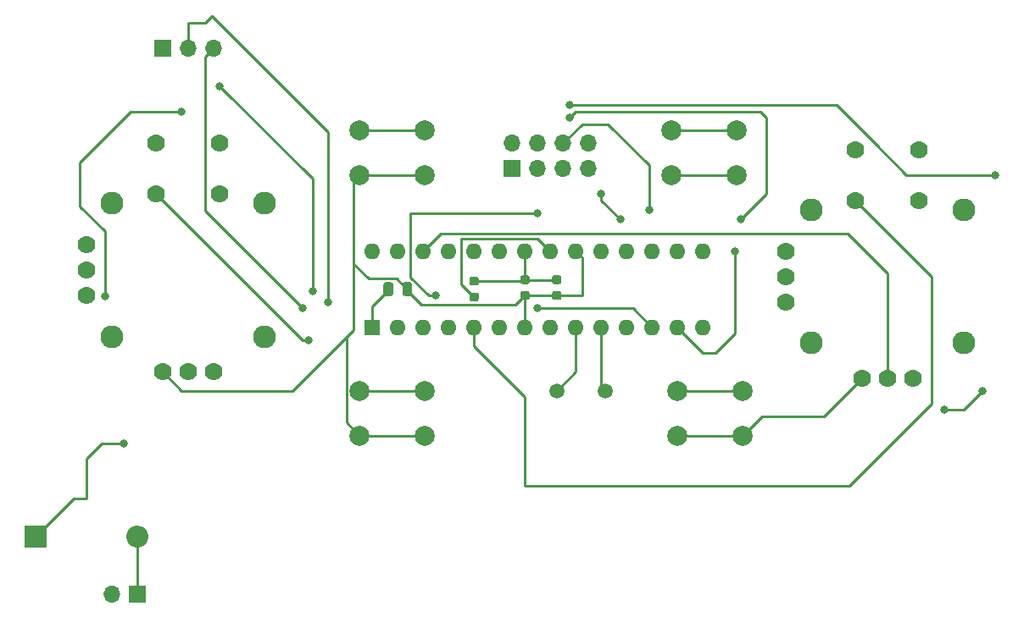
<source format=gbr>
%TF.GenerationSoftware,KiCad,Pcbnew,(5.1.6)-1*%
%TF.CreationDate,2021-01-04T11:57:38+05:30*%
%TF.ProjectId,JoyStick2,4a6f7953-7469-4636-9b32-2e6b69636164,rev?*%
%TF.SameCoordinates,Original*%
%TF.FileFunction,Copper,L2,Bot*%
%TF.FilePolarity,Positive*%
%FSLAX46Y46*%
G04 Gerber Fmt 4.6, Leading zero omitted, Abs format (unit mm)*
G04 Created by KiCad (PCBNEW (5.1.6)-1) date 2021-01-04 11:57:38*
%MOMM*%
%LPD*%
G01*
G04 APERTURE LIST*
%TA.AperFunction,ComponentPad*%
%ADD10R,1.700000X1.700000*%
%TD*%
%TA.AperFunction,ComponentPad*%
%ADD11O,1.700000X1.700000*%
%TD*%
%TA.AperFunction,ComponentPad*%
%ADD12R,1.600000X1.600000*%
%TD*%
%TA.AperFunction,ComponentPad*%
%ADD13O,1.600000X1.600000*%
%TD*%
%TA.AperFunction,ComponentPad*%
%ADD14C,1.500000*%
%TD*%
%TA.AperFunction,ComponentPad*%
%ADD15C,1.778000*%
%TD*%
%TA.AperFunction,ComponentPad*%
%ADD16C,2.286000*%
%TD*%
%TA.AperFunction,ComponentPad*%
%ADD17R,2.200000X2.200000*%
%TD*%
%TA.AperFunction,ComponentPad*%
%ADD18O,2.200000X2.200000*%
%TD*%
%TA.AperFunction,ComponentPad*%
%ADD19C,2.000000*%
%TD*%
%TA.AperFunction,ViaPad*%
%ADD20C,0.800000*%
%TD*%
%TA.AperFunction,Conductor*%
%ADD21C,0.250000*%
%TD*%
G04 APERTURE END LIST*
D10*
%TO.P,J3,1*%
%TO.N,GND*%
X129540000Y-67945000D03*
D11*
%TO.P,J3,2*%
%TO.N,+3V3*%
X129540000Y-65405000D03*
%TO.P,J3,3*%
%TO.N,CE*%
X132080000Y-67945000D03*
%TO.P,J3,4*%
%TO.N,CSN*%
X132080000Y-65405000D03*
%TO.P,J3,5*%
%TO.N,SCK*%
X134620000Y-67945000D03*
%TO.P,J3,6*%
%TO.N,MOSI*%
X134620000Y-65405000D03*
%TO.P,J3,7*%
%TO.N,MISO*%
X137160000Y-67945000D03*
%TO.P,J3,8*%
%TO.N,IRQ*%
X137160000Y-65405000D03*
%TD*%
D12*
%TO.P,U1,1*%
%TO.N,RST*%
X115570000Y-83820000D03*
D13*
%TO.P,U1,15*%
%TO.N,Z-MINUS*%
X148590000Y-76200000D03*
%TO.P,U1,2*%
%TO.N,RX*%
X118110000Y-83820000D03*
%TO.P,U1,16*%
%TO.N,Net-(U1-Pad16)*%
X146050000Y-76200000D03*
%TO.P,U1,3*%
%TO.N,TX*%
X120650000Y-83820000D03*
%TO.P,U1,17*%
%TO.N,MOSI*%
X143510000Y-76200000D03*
%TO.P,U1,4*%
%TO.N,SW1*%
X123190000Y-83820000D03*
%TO.P,U1,18*%
%TO.N,MISO*%
X140970000Y-76200000D03*
%TO.P,U1,5*%
%TO.N,SW2*%
X125730000Y-83820000D03*
%TO.P,U1,19*%
%TO.N,SCK*%
X138430000Y-76200000D03*
%TO.P,U1,6*%
%TO.N,HOME*%
X128270000Y-83820000D03*
%TO.P,U1,20*%
%TO.N,5V_IN*%
X135890000Y-76200000D03*
%TO.P,U1,7*%
X130810000Y-83820000D03*
%TO.P,U1,21*%
%TO.N,Net-(C3-Pad1)*%
X133350000Y-76200000D03*
%TO.P,U1,8*%
%TO.N,GND*%
X133350000Y-83820000D03*
%TO.P,U1,22*%
X130810000Y-76200000D03*
%TO.P,U1,9*%
%TO.N,/XTAL1*%
X135890000Y-83820000D03*
%TO.P,U1,23*%
%TO.N,Net-(U1-Pad23)*%
X128270000Y-76200000D03*
%TO.P,U1,10*%
%TO.N,/XTAL2*%
X138430000Y-83820000D03*
%TO.P,U1,24*%
%TO.N,Z-PLUS*%
X125730000Y-76200000D03*
%TO.P,U1,11*%
%TO.N,Net-(U1-Pad11)*%
X140970000Y-83820000D03*
%TO.P,U1,25*%
%TO.N,A_DIR*%
X123190000Y-76200000D03*
%TO.P,U1,12*%
%TO.N,CE*%
X143510000Y-83820000D03*
%TO.P,U1,26*%
%TO.N,B_DIR*%
X120650000Y-76200000D03*
%TO.P,U1,13*%
%TO.N,CSN*%
X146050000Y-83820000D03*
%TO.P,U1,27*%
%TO.N,Y_DIR*%
X118110000Y-76200000D03*
%TO.P,U1,14*%
%TO.N,CANCEL*%
X148590000Y-83820000D03*
%TO.P,U1,28*%
%TO.N,X_DIR*%
X115570000Y-76200000D03*
%TD*%
%TO.P,C1,2*%
%TO.N,GND*%
%TA.AperFunction,SMDPad,CuDef*%
G36*
G01*
X134241250Y-79507500D02*
X133728750Y-79507500D01*
G75*
G02*
X133510000Y-79288750I0J218750D01*
G01*
X133510000Y-78851250D01*
G75*
G02*
X133728750Y-78632500I218750J0D01*
G01*
X134241250Y-78632500D01*
G75*
G02*
X134460000Y-78851250I0J-218750D01*
G01*
X134460000Y-79288750D01*
G75*
G02*
X134241250Y-79507500I-218750J0D01*
G01*
G37*
%TD.AperFunction*%
%TO.P,C1,1*%
%TO.N,5V_IN*%
%TA.AperFunction,SMDPad,CuDef*%
G36*
G01*
X134241250Y-81082500D02*
X133728750Y-81082500D01*
G75*
G02*
X133510000Y-80863750I0J218750D01*
G01*
X133510000Y-80426250D01*
G75*
G02*
X133728750Y-80207500I218750J0D01*
G01*
X134241250Y-80207500D01*
G75*
G02*
X134460000Y-80426250I0J-218750D01*
G01*
X134460000Y-80863750D01*
G75*
G02*
X134241250Y-81082500I-218750J0D01*
G01*
G37*
%TD.AperFunction*%
%TD*%
%TO.P,C2,1*%
%TO.N,5V_IN*%
%TA.AperFunction,SMDPad,CuDef*%
G36*
G01*
X131066250Y-81082500D02*
X130553750Y-81082500D01*
G75*
G02*
X130335000Y-80863750I0J218750D01*
G01*
X130335000Y-80426250D01*
G75*
G02*
X130553750Y-80207500I218750J0D01*
G01*
X131066250Y-80207500D01*
G75*
G02*
X131285000Y-80426250I0J-218750D01*
G01*
X131285000Y-80863750D01*
G75*
G02*
X131066250Y-81082500I-218750J0D01*
G01*
G37*
%TD.AperFunction*%
%TO.P,C2,2*%
%TO.N,GND*%
%TA.AperFunction,SMDPad,CuDef*%
G36*
G01*
X131066250Y-79507500D02*
X130553750Y-79507500D01*
G75*
G02*
X130335000Y-79288750I0J218750D01*
G01*
X130335000Y-78851250D01*
G75*
G02*
X130553750Y-78632500I218750J0D01*
G01*
X131066250Y-78632500D01*
G75*
G02*
X131285000Y-78851250I0J-218750D01*
G01*
X131285000Y-79288750D01*
G75*
G02*
X131066250Y-79507500I-218750J0D01*
G01*
G37*
%TD.AperFunction*%
%TD*%
%TO.P,C3,1*%
%TO.N,Net-(C3-Pad1)*%
%TA.AperFunction,SMDPad,CuDef*%
G36*
G01*
X125986250Y-81235000D02*
X125473750Y-81235000D01*
G75*
G02*
X125255000Y-81016250I0J218750D01*
G01*
X125255000Y-80578750D01*
G75*
G02*
X125473750Y-80360000I218750J0D01*
G01*
X125986250Y-80360000D01*
G75*
G02*
X126205000Y-80578750I0J-218750D01*
G01*
X126205000Y-81016250D01*
G75*
G02*
X125986250Y-81235000I-218750J0D01*
G01*
G37*
%TD.AperFunction*%
%TO.P,C3,2*%
%TO.N,GND*%
%TA.AperFunction,SMDPad,CuDef*%
G36*
G01*
X125986250Y-79660000D02*
X125473750Y-79660000D01*
G75*
G02*
X125255000Y-79441250I0J218750D01*
G01*
X125255000Y-79003750D01*
G75*
G02*
X125473750Y-78785000I218750J0D01*
G01*
X125986250Y-78785000D01*
G75*
G02*
X126205000Y-79003750I0J-218750D01*
G01*
X126205000Y-79441250D01*
G75*
G02*
X125986250Y-79660000I-218750J0D01*
G01*
G37*
%TD.AperFunction*%
%TD*%
D14*
%TO.P,Y1,1*%
%TO.N,/XTAL1*%
X133985000Y-90170000D03*
%TO.P,Y1,2*%
%TO.N,/XTAL2*%
X138865000Y-90170000D03*
%TD*%
D15*
%TO.P,U2,V3*%
%TO.N,GND*%
X86995000Y-80645000D03*
%TO.P,U2,V2*%
%TO.N,X_DIR*%
X86995000Y-78105000D03*
%TO.P,U2,V1*%
%TO.N,5V_IN*%
X86995000Y-75565000D03*
D16*
%TO.P,U2,S4*%
%TO.N,Net-(U2-PadS1)*%
X104775000Y-71437500D03*
%TO.P,U2,S3*%
X104775000Y-84772500D03*
%TO.P,U2,S2*%
X89535000Y-84772500D03*
%TO.P,U2,S1*%
X89535000Y-71437500D03*
D15*
%TO.P,U2,H3*%
%TO.N,GND*%
X99695000Y-88265000D03*
%TO.P,U2,H2*%
%TO.N,Y_DIR*%
X97155000Y-88265000D03*
%TO.P,U2,H1*%
%TO.N,5V_IN*%
X94615000Y-88265000D03*
%TO.P,U2,B2B*%
%TO.N,N/C*%
X100330000Y-70485000D03*
%TO.P,U2,B2A*%
%TO.N,SW1*%
X93980000Y-70485000D03*
%TO.P,U2,B1B*%
%TO.N,N/C*%
X100330000Y-65405000D03*
%TO.P,U2,B1A*%
%TO.N,5V_IN*%
X93980000Y-65405000D03*
%TD*%
%TO.P,U3,B1A*%
%TO.N,5V_IN*%
X163830000Y-66040000D03*
%TO.P,U3,B1B*%
%TO.N,N/C*%
X170180000Y-66040000D03*
%TO.P,U3,B2A*%
%TO.N,SW2*%
X163830000Y-71120000D03*
%TO.P,U3,B2B*%
%TO.N,N/C*%
X170180000Y-71120000D03*
%TO.P,U3,H1*%
%TO.N,5V_IN*%
X164465000Y-88900000D03*
%TO.P,U3,H2*%
%TO.N,B_DIR*%
X167005000Y-88900000D03*
%TO.P,U3,H3*%
%TO.N,GND*%
X169545000Y-88900000D03*
D16*
%TO.P,U3,S1*%
%TO.N,Net-(U3-PadS1)*%
X159385000Y-72072500D03*
%TO.P,U3,S2*%
X159385000Y-85407500D03*
%TO.P,U3,S3*%
X174625000Y-85407500D03*
%TO.P,U3,S4*%
X174625000Y-72072500D03*
D15*
%TO.P,U3,V1*%
%TO.N,5V_IN*%
X156845000Y-76200000D03*
%TO.P,U3,V2*%
%TO.N,A_DIR*%
X156845000Y-78740000D03*
%TO.P,U3,V3*%
%TO.N,GND*%
X156845000Y-81280000D03*
%TD*%
D17*
%TO.P,D1,1*%
%TO.N,+9V*%
X81915000Y-104775000D03*
D18*
%TO.P,D1,2*%
%TO.N,Net-(D1-Pad2)*%
X92075000Y-104775000D03*
%TD*%
D10*
%TO.P,J1,1*%
%TO.N,Net-(D1-Pad2)*%
X92075000Y-110490000D03*
D11*
%TO.P,J1,2*%
%TO.N,GND*%
X89535000Y-110490000D03*
%TD*%
%TO.P,R1,1*%
%TO.N,5V_IN*%
%TA.AperFunction,SMDPad,CuDef*%
G36*
G01*
X119535000Y-79553750D02*
X119535000Y-80466250D01*
G75*
G02*
X119291250Y-80710000I-243750J0D01*
G01*
X118803750Y-80710000D01*
G75*
G02*
X118560000Y-80466250I0J243750D01*
G01*
X118560000Y-79553750D01*
G75*
G02*
X118803750Y-79310000I243750J0D01*
G01*
X119291250Y-79310000D01*
G75*
G02*
X119535000Y-79553750I0J-243750D01*
G01*
G37*
%TD.AperFunction*%
%TO.P,R1,2*%
%TO.N,RST*%
%TA.AperFunction,SMDPad,CuDef*%
G36*
G01*
X117660000Y-79553750D02*
X117660000Y-80466250D01*
G75*
G02*
X117416250Y-80710000I-243750J0D01*
G01*
X116928750Y-80710000D01*
G75*
G02*
X116685000Y-80466250I0J243750D01*
G01*
X116685000Y-79553750D01*
G75*
G02*
X116928750Y-79310000I243750J0D01*
G01*
X117416250Y-79310000D01*
G75*
G02*
X117660000Y-79553750I0J-243750D01*
G01*
G37*
%TD.AperFunction*%
%TD*%
D19*
%TO.P,SW1,2*%
%TO.N,5V_IN*%
X114300000Y-68635000D03*
%TO.P,SW1,1*%
%TO.N,Z-PLUS*%
X114300000Y-64135000D03*
%TO.P,SW1,2*%
%TO.N,5V_IN*%
X120800000Y-68635000D03*
%TO.P,SW1,1*%
%TO.N,Z-PLUS*%
X120800000Y-64135000D03*
%TD*%
%TO.P,SW2,1*%
%TO.N,HOME*%
X120800000Y-90170000D03*
%TO.P,SW2,2*%
%TO.N,5V_IN*%
X120800000Y-94670000D03*
%TO.P,SW2,1*%
%TO.N,HOME*%
X114300000Y-90170000D03*
%TO.P,SW2,2*%
%TO.N,5V_IN*%
X114300000Y-94670000D03*
%TD*%
%TO.P,SW3,2*%
%TO.N,5V_IN*%
X145415000Y-68635000D03*
%TO.P,SW3,1*%
%TO.N,Z-MINUS*%
X145415000Y-64135000D03*
%TO.P,SW3,2*%
%TO.N,5V_IN*%
X151915000Y-68635000D03*
%TO.P,SW3,1*%
%TO.N,Z-MINUS*%
X151915000Y-64135000D03*
%TD*%
%TO.P,SW4,1*%
%TO.N,CANCEL*%
X152550000Y-90170000D03*
%TO.P,SW4,2*%
%TO.N,5V_IN*%
X152550000Y-94670000D03*
%TO.P,SW4,1*%
%TO.N,CANCEL*%
X146050000Y-90170000D03*
%TO.P,SW4,2*%
%TO.N,5V_IN*%
X146050000Y-94670000D03*
%TD*%
D10*
%TO.P,J2,1*%
%TO.N,RST*%
X94615000Y-55880000D03*
D11*
%TO.P,J2,2*%
%TO.N,TX*%
X97155000Y-55880000D03*
%TO.P,J2,3*%
%TO.N,RX*%
X99695000Y-55880000D03*
%TD*%
D20*
%TO.N,GND*%
X96520000Y-62230000D03*
X133985000Y-79070000D03*
X88845861Y-80699139D03*
%TO.N,SW1*%
X109220000Y-85090000D03*
%TO.N,5V_IN*%
X176530000Y-90170000D03*
X172720000Y-92075000D03*
%TO.N,+9V*%
X90755000Y-95490000D03*
%TO.N,+3V3*%
X135255000Y-61595000D03*
X177800000Y-68580000D03*
%TO.N,RST*%
X117081250Y-80251250D03*
X109613750Y-80251250D03*
X100330000Y-59690000D03*
%TO.N,TX*%
X111125000Y-81280000D03*
%TO.N,RX*%
X108585000Y-81915000D03*
%TO.N,CE*%
X132080000Y-72390000D03*
X121920000Y-80645000D03*
X132080000Y-81915000D03*
%TO.N,CSN*%
X135255000Y-62865000D03*
X152400000Y-73025000D03*
X151765000Y-76200000D03*
%TO.N,MOSI*%
X143192500Y-72072500D03*
%TO.N,MISO*%
X138430000Y-70485000D03*
X140335000Y-73025000D03*
%TD*%
D21*
%TO.N,GND*%
X130810000Y-76200000D02*
X130810000Y-79070000D01*
X130810000Y-79070000D02*
X133985000Y-79070000D01*
X133985000Y-79070000D02*
X133985000Y-79070000D01*
X130657500Y-79222500D02*
X130810000Y-79070000D01*
X125730000Y-79222500D02*
X130657500Y-79222500D01*
X88845861Y-80699139D02*
X88845861Y-74240861D01*
X88845861Y-74240861D02*
X86360000Y-71755000D01*
X86360000Y-71755000D02*
X86360000Y-67310000D01*
X91440000Y-62230000D02*
X96520000Y-62230000D01*
X86360000Y-67310000D02*
X91440000Y-62230000D01*
%TO.N,Net-(C3-Pad1)*%
X133350000Y-76200000D02*
X132080000Y-74930000D01*
X132080000Y-74930000D02*
X124460000Y-74930000D01*
X124460000Y-79527500D02*
X125730000Y-80797500D01*
X124460000Y-74930000D02*
X124460000Y-79527500D01*
%TO.N,/XTAL1*%
X135890000Y-88265000D02*
X133985000Y-90170000D01*
X135890000Y-83820000D02*
X135890000Y-88265000D01*
%TO.N,/XTAL2*%
X138430000Y-89735000D02*
X138865000Y-90170000D01*
X138430000Y-83820000D02*
X138430000Y-89735000D01*
%TO.N,SW2*%
X125730000Y-85725000D02*
X125730000Y-83820000D01*
X130810000Y-90805000D02*
X125730000Y-85725000D01*
X163830000Y-71120000D02*
X171450000Y-78740000D01*
X163195000Y-99695000D02*
X130810000Y-99695000D01*
X171450000Y-78740000D02*
X171450000Y-91440000D01*
X171450000Y-91440000D02*
X163195000Y-99695000D01*
X130810000Y-99695000D02*
X130810000Y-90805000D01*
%TO.N,SW1*%
X93980000Y-70485000D02*
X108585000Y-85090000D01*
X108585000Y-85090000D02*
X109220000Y-85090000D01*
X109220000Y-85090000D02*
X109220000Y-85090000D01*
%TO.N,B_DIR*%
X122370010Y-74479990D02*
X163010010Y-74479990D01*
X120650000Y-76200000D02*
X122370010Y-74479990D01*
X167005000Y-78474980D02*
X167005000Y-88900000D01*
X163010010Y-74479990D02*
X167005000Y-78474980D01*
%TO.N,5V_IN*%
X130810000Y-80645000D02*
X133985000Y-80645000D01*
X133985000Y-80645000D02*
X136525000Y-80645000D01*
X136525000Y-76835000D02*
X135890000Y-76200000D01*
X136525000Y-80645000D02*
X136525000Y-76835000D01*
X130810000Y-80645000D02*
X130810000Y-83820000D01*
X129894990Y-81560010D02*
X130810000Y-80645000D01*
X120447510Y-81560010D02*
X129894990Y-81560010D01*
X118897500Y-80010000D02*
X120447510Y-81560010D01*
X146050000Y-94670000D02*
X152550000Y-94670000D01*
X114300000Y-94670000D02*
X120800000Y-94670000D01*
X164465000Y-88900000D02*
X160655000Y-92710000D01*
X154510000Y-92710000D02*
X152550000Y-94670000D01*
X160655000Y-92710000D02*
X154510000Y-92710000D01*
X114300000Y-68635000D02*
X120800000Y-68635000D01*
X145415000Y-68635000D02*
X151915000Y-68635000D01*
X113665000Y-69270000D02*
X114300000Y-68635000D01*
X113665000Y-77470000D02*
X113665000Y-69270000D01*
X115179990Y-78984990D02*
X113665000Y-77470000D01*
X119047500Y-80010000D02*
X118022490Y-78984990D01*
X118022490Y-78984990D02*
X115179990Y-78984990D01*
X112974999Y-93344999D02*
X114300000Y-94670000D01*
X113665000Y-84100002D02*
X112974999Y-84790003D01*
X112974999Y-84790003D02*
X112974999Y-93344999D01*
X113665000Y-77470000D02*
X113665000Y-84100002D01*
X112974999Y-84790003D02*
X107595002Y-90170000D01*
X96520000Y-90170000D02*
X94615000Y-88265000D01*
X107595002Y-90170000D02*
X96520000Y-90170000D01*
X174625000Y-92075000D02*
X176530000Y-90170000D01*
X172720000Y-92075000D02*
X174625000Y-92075000D01*
%TO.N,+9V*%
X90755000Y-95490000D02*
X88505000Y-95490000D01*
X88505000Y-95490000D02*
X86995000Y-97000000D01*
X86995000Y-97000000D02*
X86995000Y-100965000D01*
X85725000Y-100965000D02*
X81915000Y-104775000D01*
X86995000Y-100965000D02*
X85725000Y-100965000D01*
%TO.N,+3V3*%
X135255000Y-61595000D02*
X161925000Y-61595000D01*
X161925000Y-61595000D02*
X165735000Y-65405000D01*
X165735000Y-65405000D02*
X168910000Y-68580000D01*
X168910000Y-68580000D02*
X177800000Y-68580000D01*
X177800000Y-68580000D02*
X177800000Y-68580000D01*
%TO.N,Net-(D1-Pad2)*%
X92075000Y-110490000D02*
X92075000Y-104775000D01*
%TO.N,Z-PLUS*%
X114300000Y-64135000D02*
X120800000Y-64135000D01*
%TO.N,Z-MINUS*%
X145415000Y-64135000D02*
X151915000Y-64135000D01*
%TO.N,HOME*%
X114300000Y-90170000D02*
X120800000Y-90170000D01*
%TO.N,CANCEL*%
X146050000Y-90170000D02*
X152550000Y-90170000D01*
%TO.N,RST*%
X115570000Y-81762500D02*
X117081250Y-80251250D01*
X115570000Y-83820000D02*
X115570000Y-81762500D01*
X117081250Y-80251250D02*
X117322500Y-80010000D01*
X109613750Y-80251250D02*
X109613750Y-68973750D01*
X109613750Y-68973750D02*
X100330000Y-59690000D01*
X100330000Y-59690000D02*
X100330000Y-59690000D01*
%TO.N,TX*%
X97155000Y-55880000D02*
X97155000Y-53340000D01*
X98894002Y-53340000D02*
X99529002Y-52705000D01*
X97155000Y-53340000D02*
X98894002Y-53340000D01*
X111125000Y-64300998D02*
X111125000Y-81280000D01*
X99529002Y-52705000D02*
X111125000Y-64300998D01*
%TO.N,RX*%
X98845001Y-72175001D02*
X108585000Y-81915000D01*
X98845001Y-56729999D02*
X98845001Y-72175001D01*
X99695000Y-55880000D02*
X98845001Y-56729999D01*
%TO.N,CE*%
X132080000Y-72390000D02*
X119380000Y-72390000D01*
X119380000Y-78838150D02*
X121186850Y-80645000D01*
X119380000Y-72390000D02*
X119380000Y-78838150D01*
X121186850Y-80645000D02*
X121920000Y-80645000D01*
X121920000Y-80645000D02*
X121920000Y-80645000D01*
X141605000Y-81915000D02*
X143510000Y-83820000D01*
X132080000Y-81915000D02*
X141605000Y-81915000D01*
%TO.N,CSN*%
X135255000Y-62865000D02*
X135890000Y-62230000D01*
X135890000Y-62230000D02*
X154305000Y-62230000D01*
X154305000Y-62230000D02*
X154940000Y-62865000D01*
X154940000Y-62865000D02*
X154940000Y-70485000D01*
X154940000Y-70485000D02*
X152400000Y-73025000D01*
X152400000Y-73025000D02*
X152400000Y-73025000D01*
X148590000Y-86360000D02*
X146050000Y-83820000D01*
X149860000Y-86360000D02*
X148590000Y-86360000D01*
X151765000Y-76200000D02*
X151765000Y-84455000D01*
X151765000Y-84455000D02*
X149860000Y-86360000D01*
%TO.N,MOSI*%
X136525000Y-63500000D02*
X134620000Y-65405000D01*
X139065000Y-63500000D02*
X136525000Y-63500000D01*
X143192500Y-72072500D02*
X143192500Y-67627500D01*
X143192500Y-67627500D02*
X139065000Y-63500000D01*
%TO.N,MISO*%
X138430000Y-70485000D02*
X138430000Y-71120000D01*
X138430000Y-71120000D02*
X140335000Y-73025000D01*
X140335000Y-73025000D02*
X140335000Y-73025000D01*
%TD*%
M02*

</source>
